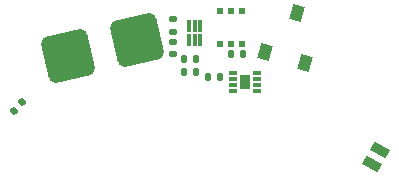
<source format=gbr>
%TF.GenerationSoftware,KiCad,Pcbnew,8.0.3*%
%TF.CreationDate,2024-08-05T21:53:05-05:00*%
%TF.ProjectId,GeckoSmartWatch_V4_1,4765636b-6f53-46d6-9172-745761746368,rev?*%
%TF.SameCoordinates,Original*%
%TF.FileFunction,Paste,Bot*%
%TF.FilePolarity,Positive*%
%FSLAX46Y46*%
G04 Gerber Fmt 4.6, Leading zero omitted, Abs format (unit mm)*
G04 Created by KiCad (PCBNEW 8.0.3) date 2024-08-05 21:53:05*
%MOMM*%
%LPD*%
G01*
G04 APERTURE LIST*
G04 Aperture macros list*
%AMRoundRect*
0 Rectangle with rounded corners*
0 $1 Rounding radius*
0 $2 $3 $4 $5 $6 $7 $8 $9 X,Y pos of 4 corners*
0 Add a 4 corners polygon primitive as box body*
4,1,4,$2,$3,$4,$5,$6,$7,$8,$9,$2,$3,0*
0 Add four circle primitives for the rounded corners*
1,1,$1+$1,$2,$3*
1,1,$1+$1,$4,$5*
1,1,$1+$1,$6,$7*
1,1,$1+$1,$8,$9*
0 Add four rect primitives between the rounded corners*
20,1,$1+$1,$2,$3,$4,$5,0*
20,1,$1+$1,$4,$5,$6,$7,0*
20,1,$1+$1,$6,$7,$8,$9,0*
20,1,$1+$1,$8,$9,$2,$3,0*%
%AMRotRect*
0 Rectangle, with rotation*
0 The origin of the aperture is its center*
0 $1 length*
0 $2 width*
0 $3 Rotation angle, in degrees counterclockwise*
0 Add horizontal line*
21,1,$1,$2,0,0,$3*%
G04 Aperture macros list end*
%ADD10RoundRect,0.140000X-0.140000X-0.170000X0.140000X-0.170000X0.140000X0.170000X-0.140000X0.170000X0*%
%ADD11RoundRect,0.135000X-0.185000X0.135000X-0.185000X-0.135000X0.185000X-0.135000X0.185000X0.135000X0*%
%ADD12RoundRect,0.135000X0.135000X0.185000X-0.135000X0.185000X-0.135000X-0.185000X0.135000X-0.185000X0*%
%ADD13RotRect,0.800000X1.500000X240.000000*%
%ADD14RoundRect,0.135000X0.054942X-0.222332X0.228495X-0.015500X-0.054942X0.222332X-0.228495X0.015500X0*%
%ADD15RoundRect,0.135000X-0.135000X-0.185000X0.135000X-0.185000X0.135000X0.185000X-0.135000X0.185000X0*%
%ADD16R,0.750000X0.300000*%
%ADD17R,0.900000X1.300000*%
%ADD18RoundRect,0.140000X0.140000X0.170000X-0.140000X0.170000X-0.140000X-0.170000X0.140000X-0.170000X0*%
%ADD19R,0.300000X1.050000*%
%ADD20RoundRect,0.600000X-1.049187X-1.679050X1.679050X-1.049187X1.049187X1.679050X-1.679050X1.049187X0*%
%ADD21RoundRect,0.135000X0.185000X-0.135000X0.185000X0.135000X-0.185000X0.135000X-0.185000X-0.135000X0*%
%ADD22R,0.620000X0.575000*%
%ADD23RotRect,1.000000X1.300000X165.000000*%
G04 APERTURE END LIST*
D10*
%TO.C,C28*%
X142820000Y-90025000D03*
X143780000Y-90025000D03*
%TD*%
D11*
%TO.C,R13*%
X141825000Y-86690000D03*
X141825000Y-87710000D03*
%TD*%
D12*
%TO.C,R11*%
X143810000Y-91150000D03*
X142790000Y-91150000D03*
%TD*%
D13*
%TO.C,M1*%
X159364824Y-97775065D03*
X158714821Y-98900899D03*
%TD*%
D14*
%TO.C,TH1*%
X128372179Y-94465682D03*
X129027821Y-93684318D03*
%TD*%
D15*
%TO.C,R14*%
X146740000Y-89650000D03*
X147760000Y-89650000D03*
%TD*%
D16*
%TO.C,IC1*%
X146925000Y-92737500D03*
X146925000Y-92237500D03*
X146925000Y-91737500D03*
X146925000Y-91237500D03*
X148925000Y-91237500D03*
X148925000Y-91737500D03*
X148925000Y-92237500D03*
X148925000Y-92737500D03*
D17*
X147925000Y-91987500D03*
%TD*%
D18*
%TO.C,C22*%
X145805000Y-91550000D03*
X144845000Y-91550000D03*
%TD*%
D19*
%TO.C,IC2*%
X143175000Y-87262000D03*
X143675000Y-87262000D03*
X144175000Y-87262000D03*
X144175000Y-88462000D03*
X143675000Y-88462000D03*
X143175000Y-88462000D03*
%TD*%
D20*
%TO.C,BT1*%
X138773110Y-88405147D03*
X132926890Y-89754853D03*
%TD*%
D21*
%TO.C,R12*%
X141825000Y-89635000D03*
X141825000Y-88615000D03*
%TD*%
D22*
%TO.C,U8*%
X145800000Y-86012000D03*
X146750000Y-86012000D03*
X147700000Y-86012000D03*
X147700000Y-88788000D03*
X146750000Y-88788000D03*
X145800000Y-88788000D03*
%TD*%
D23*
%TO.C,SW1*%
X153010674Y-90386488D03*
X152329698Y-86166445D03*
X149629933Y-89480622D03*
%TD*%
M02*

</source>
